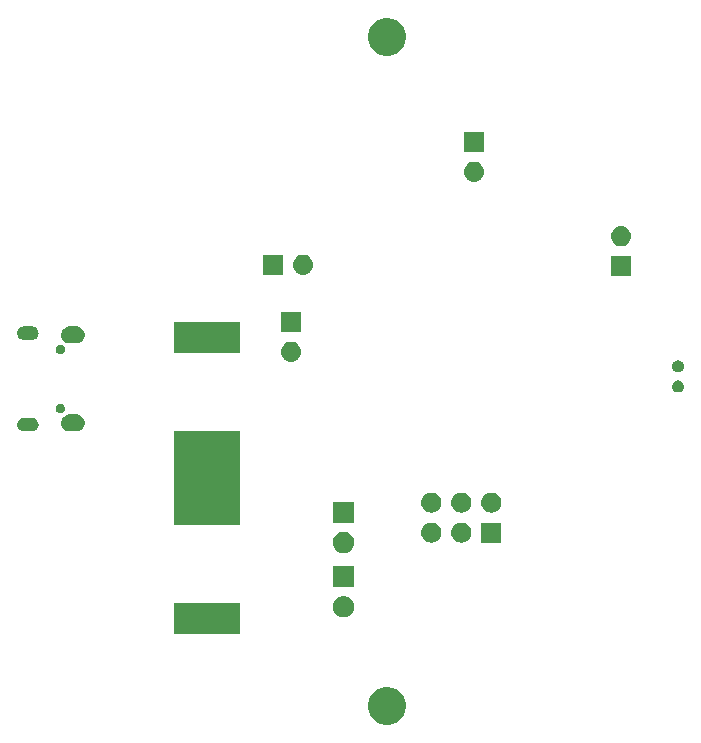
<source format=gbr>
G04 #@! TF.GenerationSoftware,KiCad,Pcbnew,(5.0.1-3-g963ef8bb5)*
G04 #@! TF.CreationDate,2019-06-08T22:51:48-04:00*
G04 #@! TF.ProjectId,EFCv2,45464376322E6B696361645F70636200,rev?*
G04 #@! TF.SameCoordinates,Original*
G04 #@! TF.FileFunction,Soldermask,Bot*
G04 #@! TF.FilePolarity,Negative*
%FSLAX46Y46*%
G04 Gerber Fmt 4.6, Leading zero omitted, Abs format (unit mm)*
G04 Created by KiCad (PCBNEW (5.0.1-3-g963ef8bb5)) date Saturday, June 08, 2019 at 10:51:48 pm*
%MOMM*%
%LPD*%
G01*
G04 APERTURE LIST*
%ADD10C,0.100000*%
G04 APERTURE END LIST*
D10*
G36*
X84286703Y-108443486D02*
X84577883Y-108564097D01*
X84839944Y-108739201D01*
X85062799Y-108962056D01*
X85237903Y-109224117D01*
X85358514Y-109515297D01*
X85420000Y-109824412D01*
X85420000Y-110139588D01*
X85358514Y-110448703D01*
X85237903Y-110739883D01*
X85062799Y-111001944D01*
X84839944Y-111224799D01*
X84577883Y-111399903D01*
X84286703Y-111520514D01*
X83977588Y-111582000D01*
X83662412Y-111582000D01*
X83353297Y-111520514D01*
X83062117Y-111399903D01*
X82800056Y-111224799D01*
X82577201Y-111001944D01*
X82402097Y-110739883D01*
X82281486Y-110448703D01*
X82220000Y-110139588D01*
X82220000Y-109824412D01*
X82281486Y-109515297D01*
X82402097Y-109224117D01*
X82577201Y-108962056D01*
X82800056Y-108739201D01*
X83062117Y-108564097D01*
X83353297Y-108443486D01*
X83662412Y-108382000D01*
X83977588Y-108382000D01*
X84286703Y-108443486D01*
X84286703Y-108443486D01*
G37*
G36*
X71360000Y-103883000D02*
X65800000Y-103883000D01*
X65800000Y-101283000D01*
X71360000Y-101283000D01*
X71360000Y-103883000D01*
X71360000Y-103883000D01*
G37*
G36*
X80399521Y-100734586D02*
X80563309Y-100802429D01*
X80710720Y-100900926D01*
X80836074Y-101026280D01*
X80934571Y-101173691D01*
X81002414Y-101337479D01*
X81037000Y-101511356D01*
X81037000Y-101688644D01*
X81002414Y-101862521D01*
X80934571Y-102026309D01*
X80836074Y-102173720D01*
X80710720Y-102299074D01*
X80563309Y-102397571D01*
X80399521Y-102465414D01*
X80225644Y-102500000D01*
X80048356Y-102500000D01*
X79874479Y-102465414D01*
X79710691Y-102397571D01*
X79563280Y-102299074D01*
X79437926Y-102173720D01*
X79339429Y-102026309D01*
X79271586Y-101862521D01*
X79237000Y-101688644D01*
X79237000Y-101511356D01*
X79271586Y-101337479D01*
X79339429Y-101173691D01*
X79437926Y-101026280D01*
X79563280Y-100900926D01*
X79710691Y-100802429D01*
X79874479Y-100734586D01*
X80048356Y-100700000D01*
X80225644Y-100700000D01*
X80399521Y-100734586D01*
X80399521Y-100734586D01*
G37*
G36*
X81037000Y-99960000D02*
X79237000Y-99960000D01*
X79237000Y-98160000D01*
X81037000Y-98160000D01*
X81037000Y-99960000D01*
X81037000Y-99960000D01*
G37*
G36*
X80399521Y-95273586D02*
X80563309Y-95341429D01*
X80710720Y-95439926D01*
X80836074Y-95565280D01*
X80934571Y-95712691D01*
X81002414Y-95876479D01*
X81037000Y-96050356D01*
X81037000Y-96227644D01*
X81002414Y-96401521D01*
X80934571Y-96565309D01*
X80836074Y-96712720D01*
X80710720Y-96838074D01*
X80563309Y-96936571D01*
X80399521Y-97004414D01*
X80225644Y-97039000D01*
X80048356Y-97039000D01*
X79874479Y-97004414D01*
X79710691Y-96936571D01*
X79563280Y-96838074D01*
X79437926Y-96712720D01*
X79339429Y-96565309D01*
X79271586Y-96401521D01*
X79237000Y-96227644D01*
X79237000Y-96050356D01*
X79271586Y-95876479D01*
X79339429Y-95712691D01*
X79437926Y-95565280D01*
X79563280Y-95439926D01*
X79710691Y-95341429D01*
X79874479Y-95273586D01*
X80048356Y-95239000D01*
X80225644Y-95239000D01*
X80399521Y-95273586D01*
X80399521Y-95273586D01*
G37*
G36*
X93496500Y-96163500D02*
X91796500Y-96163500D01*
X91796500Y-94463500D01*
X93496500Y-94463500D01*
X93496500Y-96163500D01*
X93496500Y-96163500D01*
G37*
G36*
X90273130Y-94475799D02*
X90433355Y-94524403D01*
X90581020Y-94603331D01*
X90710449Y-94709551D01*
X90816669Y-94838980D01*
X90895597Y-94986645D01*
X90944201Y-95146870D01*
X90960612Y-95313500D01*
X90944201Y-95480130D01*
X90895597Y-95640355D01*
X90816669Y-95788020D01*
X90710449Y-95917449D01*
X90581020Y-96023669D01*
X90433355Y-96102597D01*
X90273130Y-96151201D01*
X90148252Y-96163500D01*
X90064748Y-96163500D01*
X89939870Y-96151201D01*
X89779645Y-96102597D01*
X89631980Y-96023669D01*
X89502551Y-95917449D01*
X89396331Y-95788020D01*
X89317403Y-95640355D01*
X89268799Y-95480130D01*
X89252388Y-95313500D01*
X89268799Y-95146870D01*
X89317403Y-94986645D01*
X89396331Y-94838980D01*
X89502551Y-94709551D01*
X89631980Y-94603331D01*
X89779645Y-94524403D01*
X89939870Y-94475799D01*
X90064748Y-94463500D01*
X90148252Y-94463500D01*
X90273130Y-94475799D01*
X90273130Y-94475799D01*
G37*
G36*
X87733130Y-94475799D02*
X87893355Y-94524403D01*
X88041020Y-94603331D01*
X88170449Y-94709551D01*
X88276669Y-94838980D01*
X88355597Y-94986645D01*
X88404201Y-95146870D01*
X88420612Y-95313500D01*
X88404201Y-95480130D01*
X88355597Y-95640355D01*
X88276669Y-95788020D01*
X88170449Y-95917449D01*
X88041020Y-96023669D01*
X87893355Y-96102597D01*
X87733130Y-96151201D01*
X87608252Y-96163500D01*
X87524748Y-96163500D01*
X87399870Y-96151201D01*
X87239645Y-96102597D01*
X87091980Y-96023669D01*
X86962551Y-95917449D01*
X86856331Y-95788020D01*
X86777403Y-95640355D01*
X86728799Y-95480130D01*
X86712388Y-95313500D01*
X86728799Y-95146870D01*
X86777403Y-94986645D01*
X86856331Y-94838980D01*
X86962551Y-94709551D01*
X87091980Y-94603331D01*
X87239645Y-94524403D01*
X87399870Y-94475799D01*
X87524748Y-94463500D01*
X87608252Y-94463500D01*
X87733130Y-94475799D01*
X87733130Y-94475799D01*
G37*
G36*
X71360000Y-94678000D02*
X65800000Y-94678000D01*
X65800000Y-86678000D01*
X71360000Y-86678000D01*
X71360000Y-94678000D01*
X71360000Y-94678000D01*
G37*
G36*
X81037000Y-94499000D02*
X79237000Y-94499000D01*
X79237000Y-92699000D01*
X81037000Y-92699000D01*
X81037000Y-94499000D01*
X81037000Y-94499000D01*
G37*
G36*
X92813130Y-91935799D02*
X92973355Y-91984403D01*
X93121020Y-92063331D01*
X93250449Y-92169551D01*
X93356669Y-92298980D01*
X93435597Y-92446645D01*
X93484201Y-92606870D01*
X93500612Y-92773500D01*
X93484201Y-92940130D01*
X93435597Y-93100355D01*
X93356669Y-93248020D01*
X93250449Y-93377449D01*
X93121020Y-93483669D01*
X92973355Y-93562597D01*
X92813130Y-93611201D01*
X92688252Y-93623500D01*
X92604748Y-93623500D01*
X92479870Y-93611201D01*
X92319645Y-93562597D01*
X92171980Y-93483669D01*
X92042551Y-93377449D01*
X91936331Y-93248020D01*
X91857403Y-93100355D01*
X91808799Y-92940130D01*
X91792388Y-92773500D01*
X91808799Y-92606870D01*
X91857403Y-92446645D01*
X91936331Y-92298980D01*
X92042551Y-92169551D01*
X92171980Y-92063331D01*
X92319645Y-91984403D01*
X92479870Y-91935799D01*
X92604748Y-91923500D01*
X92688252Y-91923500D01*
X92813130Y-91935799D01*
X92813130Y-91935799D01*
G37*
G36*
X87733130Y-91935799D02*
X87893355Y-91984403D01*
X88041020Y-92063331D01*
X88170449Y-92169551D01*
X88276669Y-92298980D01*
X88355597Y-92446645D01*
X88404201Y-92606870D01*
X88420612Y-92773500D01*
X88404201Y-92940130D01*
X88355597Y-93100355D01*
X88276669Y-93248020D01*
X88170449Y-93377449D01*
X88041020Y-93483669D01*
X87893355Y-93562597D01*
X87733130Y-93611201D01*
X87608252Y-93623500D01*
X87524748Y-93623500D01*
X87399870Y-93611201D01*
X87239645Y-93562597D01*
X87091980Y-93483669D01*
X86962551Y-93377449D01*
X86856331Y-93248020D01*
X86777403Y-93100355D01*
X86728799Y-92940130D01*
X86712388Y-92773500D01*
X86728799Y-92606870D01*
X86777403Y-92446645D01*
X86856331Y-92298980D01*
X86962551Y-92169551D01*
X87091980Y-92063331D01*
X87239645Y-91984403D01*
X87399870Y-91935799D01*
X87524748Y-91923500D01*
X87608252Y-91923500D01*
X87733130Y-91935799D01*
X87733130Y-91935799D01*
G37*
G36*
X90273130Y-91935799D02*
X90433355Y-91984403D01*
X90581020Y-92063331D01*
X90710449Y-92169551D01*
X90816669Y-92298980D01*
X90895597Y-92446645D01*
X90944201Y-92606870D01*
X90960612Y-92773500D01*
X90944201Y-92940130D01*
X90895597Y-93100355D01*
X90816669Y-93248020D01*
X90710449Y-93377449D01*
X90581020Y-93483669D01*
X90433355Y-93562597D01*
X90273130Y-93611201D01*
X90148252Y-93623500D01*
X90064748Y-93623500D01*
X89939870Y-93611201D01*
X89779645Y-93562597D01*
X89631980Y-93483669D01*
X89502551Y-93377449D01*
X89396331Y-93248020D01*
X89317403Y-93100355D01*
X89268799Y-92940130D01*
X89252388Y-92773500D01*
X89268799Y-92606870D01*
X89317403Y-92446645D01*
X89396331Y-92298980D01*
X89502551Y-92169551D01*
X89631980Y-92063331D01*
X89779645Y-91984403D01*
X89939870Y-91935799D01*
X90064748Y-91923500D01*
X90148252Y-91923500D01*
X90273130Y-91935799D01*
X90273130Y-91935799D01*
G37*
G36*
X53859716Y-85604319D02*
X53859719Y-85604320D01*
X53859720Y-85604320D01*
X53968108Y-85637199D01*
X53968110Y-85637200D01*
X54068000Y-85690593D01*
X54155554Y-85762446D01*
X54227407Y-85850000D01*
X54280800Y-85949890D01*
X54313681Y-86058284D01*
X54324782Y-86171000D01*
X54313681Y-86283716D01*
X54313680Y-86283719D01*
X54313680Y-86283720D01*
X54308806Y-86299789D01*
X54280800Y-86392110D01*
X54227407Y-86492000D01*
X54155554Y-86579554D01*
X54068000Y-86651407D01*
X54067998Y-86651408D01*
X53968108Y-86704801D01*
X53859720Y-86737680D01*
X53859719Y-86737680D01*
X53859716Y-86737681D01*
X53775250Y-86746000D01*
X53068750Y-86746000D01*
X52984284Y-86737681D01*
X52984281Y-86737680D01*
X52984280Y-86737680D01*
X52875892Y-86704801D01*
X52776002Y-86651408D01*
X52776000Y-86651407D01*
X52688446Y-86579554D01*
X52616593Y-86492000D01*
X52563200Y-86392110D01*
X52535195Y-86299789D01*
X52530320Y-86283720D01*
X52530320Y-86283719D01*
X52530319Y-86283716D01*
X52519218Y-86171000D01*
X52530319Y-86058284D01*
X52563200Y-85949890D01*
X52616593Y-85850000D01*
X52688446Y-85762446D01*
X52776000Y-85690593D01*
X52875890Y-85637200D01*
X52875892Y-85637199D01*
X52984280Y-85604320D01*
X52984281Y-85604320D01*
X52984284Y-85604319D01*
X53068750Y-85596000D01*
X53775250Y-85596000D01*
X53859716Y-85604319D01*
X53859716Y-85604319D01*
G37*
G36*
X57568113Y-85299497D02*
X57639125Y-85306491D01*
X57730234Y-85334128D01*
X57775789Y-85347947D01*
X57901738Y-85415269D01*
X58012132Y-85505868D01*
X58102731Y-85616262D01*
X58170053Y-85742211D01*
X58170053Y-85742212D01*
X58211509Y-85878875D01*
X58225507Y-86021000D01*
X58211509Y-86163125D01*
X58209120Y-86171000D01*
X58170053Y-86299789D01*
X58102731Y-86425738D01*
X58012132Y-86536132D01*
X57901738Y-86626731D01*
X57775789Y-86694053D01*
X57730234Y-86707872D01*
X57639125Y-86735509D01*
X57568113Y-86742503D01*
X57532608Y-86746000D01*
X56911392Y-86746000D01*
X56875887Y-86742503D01*
X56804875Y-86735509D01*
X56713766Y-86707872D01*
X56668211Y-86694053D01*
X56542262Y-86626731D01*
X56431868Y-86536132D01*
X56341269Y-86425738D01*
X56273947Y-86299789D01*
X56234880Y-86171000D01*
X56232491Y-86163125D01*
X56218493Y-86021000D01*
X56232491Y-85878875D01*
X56273947Y-85742212D01*
X56273947Y-85742211D01*
X56341269Y-85616262D01*
X56431868Y-85505868D01*
X56542262Y-85415269D01*
X56668211Y-85347947D01*
X56713766Y-85334128D01*
X56804875Y-85306491D01*
X56875887Y-85299497D01*
X56911392Y-85296000D01*
X57532608Y-85296000D01*
X57568113Y-85299497D01*
X57568113Y-85299497D01*
G37*
G36*
X56250414Y-84401788D02*
X56325814Y-84424660D01*
X56395303Y-84461803D01*
X56456211Y-84511789D01*
X56506197Y-84572697D01*
X56543340Y-84642186D01*
X56566212Y-84717586D01*
X56573935Y-84796000D01*
X56566212Y-84874414D01*
X56543340Y-84949814D01*
X56506197Y-85019303D01*
X56456211Y-85080211D01*
X56395303Y-85130197D01*
X56325814Y-85167340D01*
X56250414Y-85190212D01*
X56191647Y-85196000D01*
X56152353Y-85196000D01*
X56093586Y-85190212D01*
X56018186Y-85167340D01*
X55948697Y-85130197D01*
X55887789Y-85080211D01*
X55837803Y-85019303D01*
X55800660Y-84949814D01*
X55777788Y-84874414D01*
X55770065Y-84796000D01*
X55777788Y-84717586D01*
X55800660Y-84642186D01*
X55837803Y-84572697D01*
X55887789Y-84511789D01*
X55948697Y-84461803D01*
X56018186Y-84424660D01*
X56093586Y-84401788D01*
X56152353Y-84396000D01*
X56191647Y-84396000D01*
X56250414Y-84401788D01*
X56250414Y-84401788D01*
G37*
G36*
X108603845Y-82450215D02*
X108694839Y-82487906D01*
X108775640Y-82541896D01*
X108776734Y-82542627D01*
X108846373Y-82612266D01*
X108901095Y-82694163D01*
X108938785Y-82785155D01*
X108958000Y-82881755D01*
X108958000Y-82980245D01*
X108938785Y-83076845D01*
X108901095Y-83167837D01*
X108846373Y-83249734D01*
X108776734Y-83319373D01*
X108776731Y-83319375D01*
X108694839Y-83374094D01*
X108603845Y-83411785D01*
X108507246Y-83431000D01*
X108408754Y-83431000D01*
X108312155Y-83411785D01*
X108221161Y-83374094D01*
X108139269Y-83319375D01*
X108139266Y-83319373D01*
X108069627Y-83249734D01*
X108014905Y-83167837D01*
X107977215Y-83076845D01*
X107958000Y-82980245D01*
X107958000Y-82881755D01*
X107977215Y-82785155D01*
X108014905Y-82694163D01*
X108069627Y-82612266D01*
X108139266Y-82542627D01*
X108140360Y-82541896D01*
X108221161Y-82487906D01*
X108312155Y-82450215D01*
X108408754Y-82431000D01*
X108507246Y-82431000D01*
X108603845Y-82450215D01*
X108603845Y-82450215D01*
G37*
G36*
X108603845Y-80750215D02*
X108694839Y-80787906D01*
X108711587Y-80799097D01*
X108776734Y-80842627D01*
X108846373Y-80912266D01*
X108901095Y-80994163D01*
X108938785Y-81085155D01*
X108958000Y-81181755D01*
X108958000Y-81280245D01*
X108938785Y-81376845D01*
X108901095Y-81467837D01*
X108846373Y-81549734D01*
X108776734Y-81619373D01*
X108776731Y-81619375D01*
X108694839Y-81674094D01*
X108603845Y-81711785D01*
X108507246Y-81731000D01*
X108408754Y-81731000D01*
X108312155Y-81711785D01*
X108221161Y-81674094D01*
X108139269Y-81619375D01*
X108139266Y-81619373D01*
X108069627Y-81549734D01*
X108014905Y-81467837D01*
X107977215Y-81376845D01*
X107958000Y-81280245D01*
X107958000Y-81181755D01*
X107977215Y-81085155D01*
X108014905Y-80994163D01*
X108069627Y-80912266D01*
X108139266Y-80842627D01*
X108204413Y-80799097D01*
X108221161Y-80787906D01*
X108312155Y-80750215D01*
X108408754Y-80731000D01*
X108507246Y-80731000D01*
X108603845Y-80750215D01*
X108603845Y-80750215D01*
G37*
G36*
X75858630Y-79172299D02*
X76018855Y-79220903D01*
X76166520Y-79299831D01*
X76295949Y-79406051D01*
X76402169Y-79535480D01*
X76481097Y-79683145D01*
X76529701Y-79843370D01*
X76546112Y-80010000D01*
X76529701Y-80176630D01*
X76481097Y-80336855D01*
X76402169Y-80484520D01*
X76295949Y-80613949D01*
X76166520Y-80720169D01*
X76018855Y-80799097D01*
X75858630Y-80847701D01*
X75733752Y-80860000D01*
X75650248Y-80860000D01*
X75525370Y-80847701D01*
X75365145Y-80799097D01*
X75217480Y-80720169D01*
X75088051Y-80613949D01*
X74981831Y-80484520D01*
X74902903Y-80336855D01*
X74854299Y-80176630D01*
X74837888Y-80010000D01*
X74854299Y-79843370D01*
X74902903Y-79683145D01*
X74981831Y-79535480D01*
X75088051Y-79406051D01*
X75217480Y-79299831D01*
X75365145Y-79220903D01*
X75525370Y-79172299D01*
X75650248Y-79160000D01*
X75733752Y-79160000D01*
X75858630Y-79172299D01*
X75858630Y-79172299D01*
G37*
G36*
X56250414Y-79401788D02*
X56325814Y-79424660D01*
X56395303Y-79461803D01*
X56456211Y-79511789D01*
X56506197Y-79572697D01*
X56543340Y-79642186D01*
X56566212Y-79717586D01*
X56573935Y-79796000D01*
X56566212Y-79874414D01*
X56543340Y-79949814D01*
X56506197Y-80019303D01*
X56456211Y-80080211D01*
X56395303Y-80130197D01*
X56325814Y-80167340D01*
X56250414Y-80190212D01*
X56191647Y-80196000D01*
X56152353Y-80196000D01*
X56093586Y-80190212D01*
X56018186Y-80167340D01*
X55948697Y-80130197D01*
X55887789Y-80080211D01*
X55837803Y-80019303D01*
X55800660Y-79949814D01*
X55777788Y-79874414D01*
X55770065Y-79796000D01*
X55777788Y-79717586D01*
X55800660Y-79642186D01*
X55837803Y-79572697D01*
X55887789Y-79511789D01*
X55948697Y-79461803D01*
X56018186Y-79424660D01*
X56093586Y-79401788D01*
X56152353Y-79396000D01*
X56191647Y-79396000D01*
X56250414Y-79401788D01*
X56250414Y-79401788D01*
G37*
G36*
X71360000Y-80073000D02*
X65800000Y-80073000D01*
X65800000Y-77473000D01*
X71360000Y-77473000D01*
X71360000Y-80073000D01*
X71360000Y-80073000D01*
G37*
G36*
X57568113Y-77849497D02*
X57639125Y-77856491D01*
X57730234Y-77884128D01*
X57775789Y-77897947D01*
X57901738Y-77965269D01*
X58012132Y-78055868D01*
X58102731Y-78166262D01*
X58170053Y-78292211D01*
X58178482Y-78320000D01*
X58211509Y-78428875D01*
X58225507Y-78571000D01*
X58211509Y-78713125D01*
X58202750Y-78742000D01*
X58170053Y-78849789D01*
X58102731Y-78975738D01*
X58012132Y-79086132D01*
X57901738Y-79176731D01*
X57775789Y-79244053D01*
X57730234Y-79257872D01*
X57639125Y-79285509D01*
X57568113Y-79292503D01*
X57532608Y-79296000D01*
X56911392Y-79296000D01*
X56875887Y-79292503D01*
X56804875Y-79285509D01*
X56713766Y-79257872D01*
X56668211Y-79244053D01*
X56542262Y-79176731D01*
X56431868Y-79086132D01*
X56341269Y-78975738D01*
X56273947Y-78849789D01*
X56241250Y-78742000D01*
X56232491Y-78713125D01*
X56218493Y-78571000D01*
X56232491Y-78428875D01*
X56265518Y-78320000D01*
X56273947Y-78292211D01*
X56341269Y-78166262D01*
X56431868Y-78055868D01*
X56542262Y-77965269D01*
X56668211Y-77897947D01*
X56713766Y-77884128D01*
X56804875Y-77856491D01*
X56875887Y-77849497D01*
X56911392Y-77846000D01*
X57532608Y-77846000D01*
X57568113Y-77849497D01*
X57568113Y-77849497D01*
G37*
G36*
X53859716Y-77854319D02*
X53859719Y-77854320D01*
X53859720Y-77854320D01*
X53968108Y-77887199D01*
X53968110Y-77887200D01*
X54068000Y-77940593D01*
X54155554Y-78012446D01*
X54227407Y-78100000D01*
X54227408Y-78100002D01*
X54280801Y-78199892D01*
X54308806Y-78292212D01*
X54313681Y-78308284D01*
X54324782Y-78421000D01*
X54313681Y-78533716D01*
X54280800Y-78642110D01*
X54227407Y-78742000D01*
X54155554Y-78829554D01*
X54068000Y-78901407D01*
X54067998Y-78901408D01*
X53968108Y-78954801D01*
X53859720Y-78987680D01*
X53859719Y-78987680D01*
X53859716Y-78987681D01*
X53775250Y-78996000D01*
X53068750Y-78996000D01*
X52984284Y-78987681D01*
X52984281Y-78987680D01*
X52984280Y-78987680D01*
X52875892Y-78954801D01*
X52776002Y-78901408D01*
X52776000Y-78901407D01*
X52688446Y-78829554D01*
X52616593Y-78742000D01*
X52563200Y-78642110D01*
X52530319Y-78533716D01*
X52519218Y-78421000D01*
X52530319Y-78308284D01*
X52535194Y-78292212D01*
X52563199Y-78199892D01*
X52616592Y-78100002D01*
X52616593Y-78100000D01*
X52688446Y-78012446D01*
X52776000Y-77940593D01*
X52875890Y-77887200D01*
X52875892Y-77887199D01*
X52984280Y-77854320D01*
X52984281Y-77854320D01*
X52984284Y-77854319D01*
X53068750Y-77846000D01*
X53775250Y-77846000D01*
X53859716Y-77854319D01*
X53859716Y-77854319D01*
G37*
G36*
X76542000Y-78320000D02*
X74842000Y-78320000D01*
X74842000Y-76620000D01*
X76542000Y-76620000D01*
X76542000Y-78320000D01*
X76542000Y-78320000D01*
G37*
G36*
X104482000Y-73621000D02*
X102782000Y-73621000D01*
X102782000Y-71921000D01*
X104482000Y-71921000D01*
X104482000Y-73621000D01*
X104482000Y-73621000D01*
G37*
G36*
X75018000Y-73494000D02*
X73318000Y-73494000D01*
X73318000Y-71794000D01*
X75018000Y-71794000D01*
X75018000Y-73494000D01*
X75018000Y-73494000D01*
G37*
G36*
X76874630Y-71806299D02*
X77034855Y-71854903D01*
X77182520Y-71933831D01*
X77311949Y-72040051D01*
X77418169Y-72169480D01*
X77497097Y-72317145D01*
X77545701Y-72477370D01*
X77562112Y-72644000D01*
X77545701Y-72810630D01*
X77497097Y-72970855D01*
X77418169Y-73118520D01*
X77311949Y-73247949D01*
X77182520Y-73354169D01*
X77034855Y-73433097D01*
X76874630Y-73481701D01*
X76749752Y-73494000D01*
X76666248Y-73494000D01*
X76541370Y-73481701D01*
X76381145Y-73433097D01*
X76233480Y-73354169D01*
X76104051Y-73247949D01*
X75997831Y-73118520D01*
X75918903Y-72970855D01*
X75870299Y-72810630D01*
X75853888Y-72644000D01*
X75870299Y-72477370D01*
X75918903Y-72317145D01*
X75997831Y-72169480D01*
X76104051Y-72040051D01*
X76233480Y-71933831D01*
X76381145Y-71854903D01*
X76541370Y-71806299D01*
X76666248Y-71794000D01*
X76749752Y-71794000D01*
X76874630Y-71806299D01*
X76874630Y-71806299D01*
G37*
G36*
X103798630Y-69393299D02*
X103958855Y-69441903D01*
X104106520Y-69520831D01*
X104235949Y-69627051D01*
X104342169Y-69756480D01*
X104421097Y-69904145D01*
X104469701Y-70064370D01*
X104486112Y-70231000D01*
X104469701Y-70397630D01*
X104421097Y-70557855D01*
X104342169Y-70705520D01*
X104235949Y-70834949D01*
X104106520Y-70941169D01*
X103958855Y-71020097D01*
X103798630Y-71068701D01*
X103673752Y-71081000D01*
X103590248Y-71081000D01*
X103465370Y-71068701D01*
X103305145Y-71020097D01*
X103157480Y-70941169D01*
X103028051Y-70834949D01*
X102921831Y-70705520D01*
X102842903Y-70557855D01*
X102794299Y-70397630D01*
X102777888Y-70231000D01*
X102794299Y-70064370D01*
X102842903Y-69904145D01*
X102921831Y-69756480D01*
X103028051Y-69627051D01*
X103157480Y-69520831D01*
X103305145Y-69441903D01*
X103465370Y-69393299D01*
X103590248Y-69381000D01*
X103673752Y-69381000D01*
X103798630Y-69393299D01*
X103798630Y-69393299D01*
G37*
G36*
X91352630Y-63932299D02*
X91512855Y-63980903D01*
X91660520Y-64059831D01*
X91789949Y-64166051D01*
X91896169Y-64295480D01*
X91975097Y-64443145D01*
X92023701Y-64603370D01*
X92040112Y-64770000D01*
X92023701Y-64936630D01*
X91975097Y-65096855D01*
X91896169Y-65244520D01*
X91789949Y-65373949D01*
X91660520Y-65480169D01*
X91512855Y-65559097D01*
X91352630Y-65607701D01*
X91227752Y-65620000D01*
X91144248Y-65620000D01*
X91019370Y-65607701D01*
X90859145Y-65559097D01*
X90711480Y-65480169D01*
X90582051Y-65373949D01*
X90475831Y-65244520D01*
X90396903Y-65096855D01*
X90348299Y-64936630D01*
X90331888Y-64770000D01*
X90348299Y-64603370D01*
X90396903Y-64443145D01*
X90475831Y-64295480D01*
X90582051Y-64166051D01*
X90711480Y-64059831D01*
X90859145Y-63980903D01*
X91019370Y-63932299D01*
X91144248Y-63920000D01*
X91227752Y-63920000D01*
X91352630Y-63932299D01*
X91352630Y-63932299D01*
G37*
G36*
X92036000Y-63080000D02*
X90336000Y-63080000D01*
X90336000Y-61380000D01*
X92036000Y-61380000D01*
X92036000Y-63080000D01*
X92036000Y-63080000D01*
G37*
G36*
X84286703Y-51801486D02*
X84577883Y-51922097D01*
X84839944Y-52097201D01*
X85062799Y-52320056D01*
X85237903Y-52582117D01*
X85358514Y-52873297D01*
X85420000Y-53182412D01*
X85420000Y-53497588D01*
X85358514Y-53806703D01*
X85237903Y-54097883D01*
X85062799Y-54359944D01*
X84839944Y-54582799D01*
X84577883Y-54757903D01*
X84286703Y-54878514D01*
X83977588Y-54940000D01*
X83662412Y-54940000D01*
X83353297Y-54878514D01*
X83062117Y-54757903D01*
X82800056Y-54582799D01*
X82577201Y-54359944D01*
X82402097Y-54097883D01*
X82281486Y-53806703D01*
X82220000Y-53497588D01*
X82220000Y-53182412D01*
X82281486Y-52873297D01*
X82402097Y-52582117D01*
X82577201Y-52320056D01*
X82800056Y-52097201D01*
X83062117Y-51922097D01*
X83353297Y-51801486D01*
X83662412Y-51740000D01*
X83977588Y-51740000D01*
X84286703Y-51801486D01*
X84286703Y-51801486D01*
G37*
M02*

</source>
